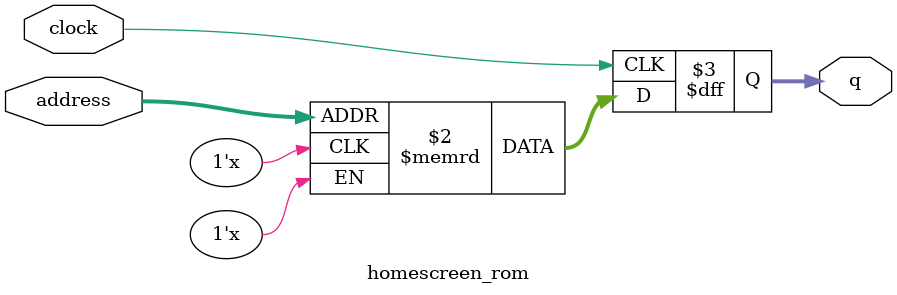
<source format=sv>
module homescreen_rom (
	input logic clock,
	input logic [16:0] address,
	output logic [2:0] q
);

logic [2:0] memory [0:76799] /* synthesis ram_init_file = "homescreen.mif" */;

always_ff @ (posedge clock) begin
	q <= memory[address];
end

endmodule

</source>
